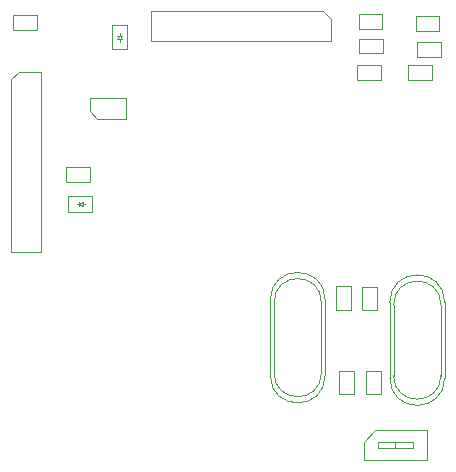
<source format=gbr>
G04 #@! TF.GenerationSoftware,KiCad,Pcbnew,5.1.7-a382d34a8~88~ubuntu18.04.1*
G04 #@! TF.CreationDate,2021-09-05T00:01:39+05:30*
G04 #@! TF.ProjectId,FrontEnd_HeavyDevice_v2,46726f6e-7445-46e6-945f-486561767944,rev?*
G04 #@! TF.SameCoordinates,Original*
G04 #@! TF.FileFunction,Other,Fab,Top*
%FSLAX46Y46*%
G04 Gerber Fmt 4.6, Leading zero omitted, Abs format (unit mm)*
G04 Created by KiCad (PCBNEW 5.1.7-a382d34a8~88~ubuntu18.04.1) date 2021-09-05 00:01:39*
%MOMM*%
%LPD*%
G01*
G04 APERTURE LIST*
%ADD10C,0.100000*%
G04 APERTURE END LIST*
D10*
X98075000Y-85650000D02*
X99980000Y-85650000D01*
X99980000Y-85650000D02*
X99980000Y-100890000D01*
X99980000Y-100890000D02*
X97440000Y-100890000D01*
X97440000Y-100890000D02*
X97440000Y-86285000D01*
X97440000Y-86285000D02*
X98075000Y-85650000D01*
X123858000Y-80563700D02*
X124493000Y-81198700D01*
X109253000Y-80563700D02*
X123858000Y-80563700D01*
X109253000Y-83103700D02*
X109253000Y-80563700D01*
X124493000Y-83103700D02*
X109253000Y-83103700D01*
X124493000Y-81198700D02*
X124493000Y-83103700D01*
X128831000Y-80780000D02*
X128831000Y-82020000D01*
X126831000Y-80780000D02*
X128831000Y-80780000D01*
X126831000Y-82020000D02*
X126831000Y-80780000D01*
X128831000Y-82020000D02*
X126831000Y-82020000D01*
X131768000Y-83180000D02*
X133768000Y-83180000D01*
X133768000Y-83180000D02*
X133768000Y-84420000D01*
X133768000Y-84420000D02*
X131768000Y-84420000D01*
X131768000Y-84420000D02*
X131768000Y-83180000D01*
X126698000Y-86352600D02*
X126698000Y-85112600D01*
X128698000Y-86352600D02*
X126698000Y-86352600D01*
X128698000Y-85112600D02*
X128698000Y-86352600D01*
X126698000Y-85112600D02*
X128698000Y-85112600D01*
X128395000Y-103859000D02*
X128395000Y-105859000D01*
X128395000Y-105859000D02*
X127155000Y-105859000D01*
X127155000Y-105859000D02*
X127155000Y-103859000D01*
X127155000Y-103859000D02*
X128395000Y-103859000D01*
X127454000Y-112991000D02*
X127454000Y-110991000D01*
X127454000Y-110991000D02*
X128694000Y-110991000D01*
X128694000Y-110991000D02*
X128694000Y-112991000D01*
X128694000Y-112991000D02*
X127454000Y-112991000D01*
X126185000Y-103816000D02*
X126185000Y-105816000D01*
X126185000Y-105816000D02*
X124945000Y-105816000D01*
X124945000Y-105816000D02*
X124945000Y-103816000D01*
X124945000Y-103816000D02*
X126185000Y-103816000D01*
X126452000Y-112991000D02*
X125212000Y-112991000D01*
X126452000Y-110991000D02*
X126452000Y-112991000D01*
X125212000Y-110991000D02*
X126452000Y-110991000D01*
X125212000Y-112991000D02*
X125212000Y-110991000D01*
X128900000Y-84120000D02*
X126900000Y-84120000D01*
X126900000Y-84120000D02*
X126900000Y-82880000D01*
X126900000Y-82880000D02*
X128900000Y-82880000D01*
X128900000Y-82880000D02*
X128900000Y-84120000D01*
X131664000Y-82220000D02*
X131664000Y-80980000D01*
X133664000Y-82220000D02*
X131664000Y-82220000D01*
X133664000Y-80980000D02*
X133664000Y-82220000D01*
X131664000Y-80980000D02*
X133664000Y-80980000D01*
X102259000Y-96225600D02*
X104259000Y-96225600D01*
X104259000Y-96225600D02*
X104259000Y-97525600D01*
X104259000Y-97525600D02*
X102259000Y-97525600D01*
X102259000Y-97525600D02*
X102259000Y-96225600D01*
X103459000Y-96675600D02*
X103159000Y-96875600D01*
X103159000Y-96875600D02*
X103459000Y-97075600D01*
X103459000Y-97075600D02*
X103459000Y-96675600D01*
X103159000Y-96675600D02*
X103159000Y-97075600D01*
X103159000Y-96875600D02*
X102959000Y-96875600D01*
X103459000Y-96875600D02*
X103659000Y-96875600D01*
X106600000Y-82927800D02*
X106600000Y-83127800D01*
X106600000Y-82627800D02*
X106600000Y-82427800D01*
X106800000Y-82627800D02*
X106400000Y-82627800D01*
X106400000Y-82927800D02*
X106800000Y-82927800D01*
X106600000Y-82627800D02*
X106400000Y-82927800D01*
X106800000Y-82927800D02*
X106600000Y-82627800D01*
X105950000Y-81727800D02*
X107250000Y-81727800D01*
X105950000Y-83727800D02*
X105950000Y-81727800D01*
X107250000Y-83727800D02*
X105950000Y-83727800D01*
X107250000Y-81727800D02*
X107250000Y-83727800D01*
X104083000Y-94978500D02*
X102083000Y-94978500D01*
X102083000Y-94978500D02*
X102083000Y-93738500D01*
X102083000Y-93738500D02*
X104083000Y-93738500D01*
X104083000Y-93738500D02*
X104083000Y-94978500D01*
X133039000Y-85117700D02*
X133039000Y-86357700D01*
X131039000Y-85117700D02*
X133039000Y-85117700D01*
X131039000Y-86357700D02*
X131039000Y-85117700D01*
X133039000Y-86357700D02*
X131039000Y-86357700D01*
X99580000Y-80880000D02*
X99580000Y-82120000D01*
X97580000Y-80880000D02*
X99580000Y-80880000D01*
X97580000Y-82120000D02*
X97580000Y-80880000D01*
X99580000Y-82120000D02*
X97580000Y-82120000D01*
X128254000Y-116012000D02*
X132654000Y-116012000D01*
X132654000Y-116012000D02*
X132654000Y-118552000D01*
X132654000Y-118552000D02*
X127254000Y-118552000D01*
X127254000Y-118552000D02*
X127254000Y-117012000D01*
X127254000Y-117012000D02*
X128254000Y-116012000D01*
X128454000Y-117032000D02*
X128454000Y-117532000D01*
X128454000Y-117532000D02*
X131454000Y-117532000D01*
X131454000Y-117532000D02*
X131454000Y-117032000D01*
X131454000Y-117032000D02*
X128454000Y-117032000D01*
X129954000Y-117032000D02*
X129954000Y-117532000D01*
X104703000Y-89652700D02*
X104053000Y-89002700D01*
X104053000Y-87852700D02*
X104053000Y-89002700D01*
X104703000Y-89652700D02*
X107153000Y-89652700D01*
X107153000Y-87852700D02*
X107153000Y-89652700D01*
X104053000Y-87852700D02*
X107153000Y-87852700D01*
X129796000Y-105391000D02*
X129796000Y-111391000D01*
X133796000Y-105391000D02*
X133796000Y-111391000D01*
X129471000Y-105191000D02*
X129471000Y-111591000D01*
X134121000Y-105191000D02*
X134121000Y-111591000D01*
X129471000Y-105191000D02*
G75*
G02*
X134121000Y-105191000I2325000J0D01*
G01*
X129471000Y-111591000D02*
G75*
G03*
X134121000Y-111591000I2325000J0D01*
G01*
X129796000Y-105391000D02*
G75*
G02*
X133796000Y-105391000I2000000J0D01*
G01*
X129796000Y-111391000D02*
G75*
G03*
X133796000Y-111391000I2000000J0D01*
G01*
X124001000Y-104978000D02*
X124001000Y-111378000D01*
X119351000Y-104978000D02*
X119351000Y-111378000D01*
X123676000Y-105178000D02*
X123676000Y-111178000D01*
X119676000Y-105178000D02*
X119676000Y-111178000D01*
X119676000Y-111178000D02*
G75*
G03*
X123676000Y-111178000I2000000J0D01*
G01*
X119676000Y-105178000D02*
G75*
G02*
X123676000Y-105178000I2000000J0D01*
G01*
X119351000Y-111378000D02*
G75*
G03*
X124001000Y-111378000I2325000J0D01*
G01*
X119351000Y-104978000D02*
G75*
G02*
X124001000Y-104978000I2325000J0D01*
G01*
M02*

</source>
